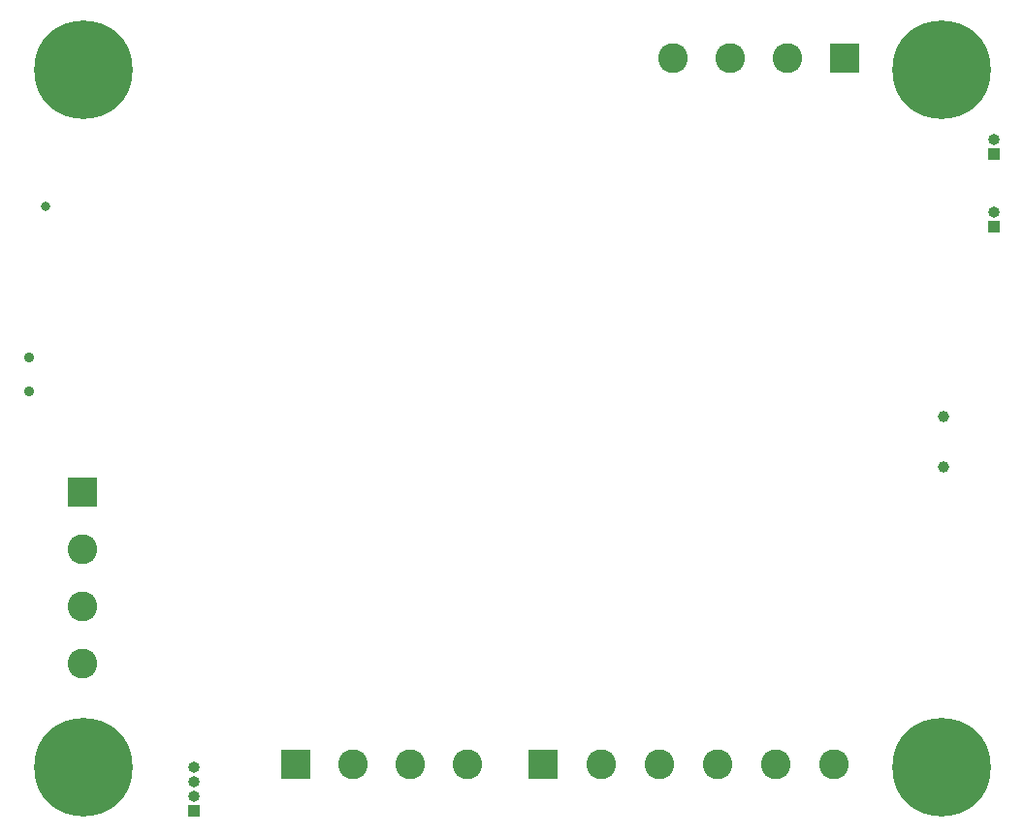
<source format=gbr>
%TF.GenerationSoftware,KiCad,Pcbnew,7.0.7*%
%TF.CreationDate,2023-10-17T18:40:51-05:00*%
%TF.ProjectId,stm32f405rgt6,73746d33-3266-4343-9035-726774362e6b,rev?*%
%TF.SameCoordinates,Original*%
%TF.FileFunction,Soldermask,Bot*%
%TF.FilePolarity,Negative*%
%FSLAX46Y46*%
G04 Gerber Fmt 4.6, Leading zero omitted, Abs format (unit mm)*
G04 Created by KiCad (PCBNEW 7.0.7) date 2023-10-17 18:40:51*
%MOMM*%
%LPD*%
G01*
G04 APERTURE LIST*
%ADD10C,0.900000*%
%ADD11C,8.600000*%
%ADD12R,1.000000X1.000000*%
%ADD13O,1.000000X1.000000*%
%ADD14C,0.800000*%
%ADD15R,2.600000X2.600000*%
%ADD16C,2.600000*%
%ADD17C,1.000000*%
G04 APERTURE END LIST*
D10*
%TO.C,H4*%
X202007000Y-128524000D03*
X202951581Y-126243581D03*
X202951581Y-130804419D03*
X205232000Y-125299000D03*
D11*
X205232000Y-128524000D03*
D10*
X205232000Y-131749000D03*
X207512419Y-126243581D03*
X207512419Y-130804419D03*
X208457000Y-128524000D03*
%TD*%
D12*
%TO.C,J7*%
X209804000Y-81280000D03*
D13*
X209804000Y-80010000D03*
%TD*%
D10*
%TO.C,H3*%
X127077000Y-128524000D03*
X128021581Y-126243581D03*
X128021581Y-130804419D03*
X130302000Y-125299000D03*
D11*
X130302000Y-128524000D03*
D10*
X130302000Y-131749000D03*
X132582419Y-126243581D03*
X132582419Y-130804419D03*
X133527000Y-128524000D03*
%TD*%
D14*
%TO.C,SW1*%
X127000000Y-79502000D03*
%TD*%
D10*
%TO.C,SW2*%
X125621000Y-92734000D03*
X125621000Y-95734000D03*
%TD*%
D15*
%TO.C,I2C*%
X148830000Y-128270000D03*
D16*
X153830000Y-128270000D03*
X158830000Y-128270000D03*
X163830000Y-128270000D03*
%TD*%
D10*
%TO.C,H1*%
X202007000Y-67564000D03*
X202951581Y-65283581D03*
X202951581Y-69844419D03*
X205232000Y-64339000D03*
D11*
X205232000Y-67564000D03*
D10*
X205232000Y-70789000D03*
X207512419Y-65283581D03*
X207512419Y-69844419D03*
X208457000Y-67564000D03*
%TD*%
D15*
%TO.C,J8*%
X196770000Y-66548000D03*
D16*
X191770000Y-66548000D03*
X186770000Y-66548000D03*
X181770000Y-66548000D03*
%TD*%
D15*
%TO.C,Analog Inputs*%
X130251000Y-104514000D03*
D16*
X130251000Y-109514000D03*
X130251000Y-114514000D03*
X130251000Y-119514000D03*
%TD*%
D15*
%TO.C,SPI*%
X170434000Y-128270000D03*
D16*
X175514000Y-128270000D03*
X180594000Y-128270000D03*
X185674000Y-128270000D03*
X190754000Y-128270000D03*
X195834000Y-128270000D03*
%TD*%
D12*
%TO.C,J1*%
X139954000Y-132334000D03*
D13*
X139954000Y-131064000D03*
X139954000Y-129794000D03*
X139954000Y-128524000D03*
%TD*%
D10*
%TO.C,H2*%
X127077000Y-67564000D03*
X128021581Y-65283581D03*
X128021581Y-69844419D03*
X130302000Y-64339000D03*
D11*
X130302000Y-67564000D03*
D10*
X130302000Y-70789000D03*
X132582419Y-65283581D03*
X132582419Y-69844419D03*
X133527000Y-67564000D03*
%TD*%
D12*
%TO.C,J9*%
X209804000Y-74930000D03*
D13*
X209804000Y-73660000D03*
%TD*%
D17*
%TO.C,J4*%
X205427000Y-102276000D03*
X205427000Y-97876000D03*
%TD*%
M02*

</source>
